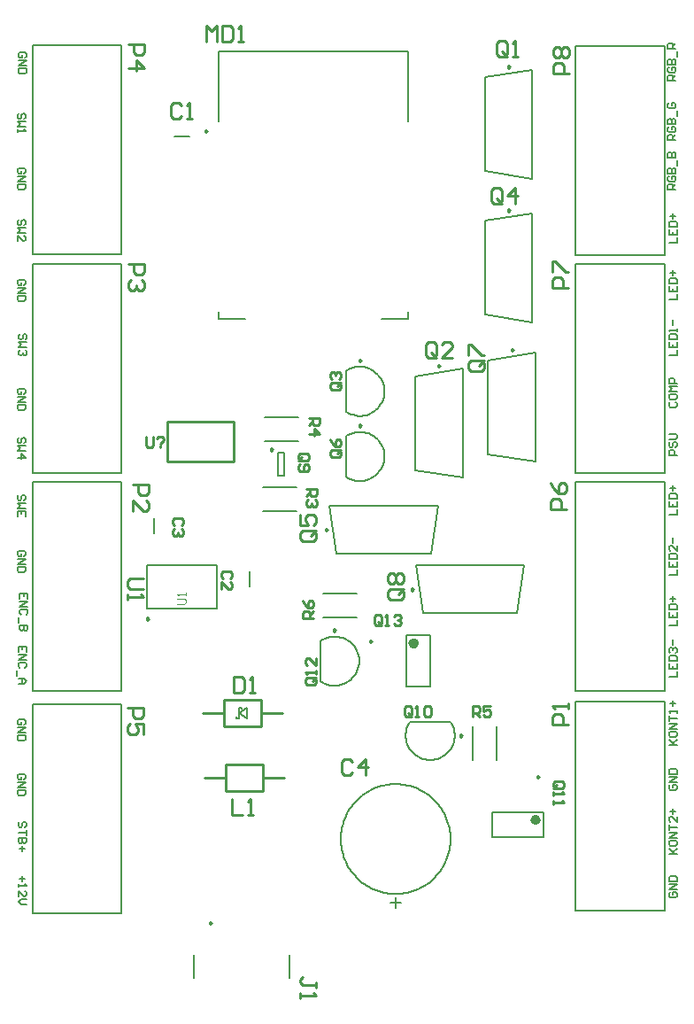
<source format=gto>
G04*
G04 #@! TF.GenerationSoftware,Altium Limited,Altium Designer,22.7.1 (60)*
G04*
G04 Layer_Color=65535*
%FSLAX25Y25*%
%MOIN*%
G70*
G04*
G04 #@! TF.SameCoordinates,2BF9A078-D696-49FA-A729-B53DB30398E2*
G04*
G04*
G04 #@! TF.FilePolarity,Positive*
G04*
G01*
G75*
%ADD10C,0.00984*%
%ADD11C,0.01968*%
%ADD12C,0.00787*%
%ADD13C,0.01000*%
%ADD14C,0.00500*%
%ADD15C,0.00591*%
%ADD16C,0.00394*%
D10*
X192752Y284181D02*
X192014Y284607D01*
Y283755D01*
X192752Y284181D01*
X292992Y160937D02*
X292254Y161363D01*
Y160511D01*
X292992Y160937D01*
X245839Y231500D02*
X245100Y231926D01*
Y231074D01*
X245839Y231500D01*
X146000Y220394D02*
X145262Y220820D01*
Y219968D01*
X146000Y220394D01*
X255768Y315653D02*
X255030Y316080D01*
Y315227D01*
X255768Y315653D01*
X213339Y254000D02*
X212600Y254426D01*
Y253574D01*
X213339Y254000D01*
X225992Y293114D02*
X225254Y293540D01*
Y292688D01*
X225992Y293114D01*
Y317614D02*
X225254Y318040D01*
Y317188D01*
X225992Y317614D01*
X283268Y321654D02*
X282529Y322080D01*
Y321227D01*
X283268Y321654D01*
X281992Y374153D02*
X281254Y374580D01*
Y373727D01*
X281992Y374153D01*
X264106Y176500D02*
X263368Y176926D01*
Y176074D01*
X264106Y176500D01*
X216492Y216114D02*
X215754Y216540D01*
Y215688D01*
X216492Y216114D01*
X281992Y428154D02*
X281254Y428580D01*
Y427727D01*
X281992Y428154D01*
X230055Y212000D02*
X229317Y212426D01*
Y211574D01*
X230055Y212000D01*
X169705Y105945D02*
X168966Y106371D01*
Y105519D01*
X169705Y105945D01*
X168039Y403913D02*
X167301Y404340D01*
Y403487D01*
X168039Y403913D01*
D11*
X292677Y144679D02*
X292185Y145531D01*
X291201D01*
X290709Y144679D01*
X291201Y143826D01*
X292185D01*
X292677Y144679D01*
X246805Y211193D02*
X246313Y212045D01*
X245329D01*
X244837Y211193D01*
X245329Y210340D01*
X246313D01*
X246805Y211193D01*
D12*
X220244Y273886D02*
X221101Y273361D01*
X222010Y272931D01*
X222961Y272603D01*
X223942Y272380D01*
X224941Y272265D01*
X225946Y272259D01*
X226947Y272362D01*
X227930Y272573D01*
X228885Y272889D01*
X229800Y273308D01*
X230663Y273823D01*
X231466Y274429D01*
X232198Y275118D01*
X232852Y275883D01*
X233418Y276714D01*
X233891Y277602D01*
X234264Y278535D01*
X234534Y279504D01*
X234697Y280497D01*
X234752Y281501D01*
X234697Y282505D01*
X234534Y283497D01*
X234264Y284466D01*
X233890Y285400D01*
X233417Y286287D01*
X232851Y287118D01*
X232197Y287883D01*
X231465Y288572D01*
X230662Y289178D01*
X229798Y289693D01*
X228884Y290111D01*
X227929Y290427D01*
X226945Y290638D01*
X225945Y290741D01*
X224939Y290735D01*
X223940Y290620D01*
X222960Y290396D01*
X222009Y290068D01*
X221100Y289638D01*
X220242Y289113D01*
X220244Y298386D02*
X221101Y297861D01*
X222010Y297431D01*
X222961Y297103D01*
X223942Y296880D01*
X224941Y296765D01*
X225946Y296759D01*
X226947Y296862D01*
X227930Y297073D01*
X228885Y297390D01*
X229800Y297808D01*
X230663Y298323D01*
X231466Y298929D01*
X232198Y299618D01*
X232852Y300383D01*
X233418Y301214D01*
X233891Y302102D01*
X234264Y303035D01*
X234534Y304004D01*
X234697Y304996D01*
X234752Y306001D01*
X234697Y307005D01*
X234534Y307997D01*
X234264Y308966D01*
X233890Y309900D01*
X233417Y310787D01*
X232851Y311618D01*
X232197Y312383D01*
X231465Y313072D01*
X230662Y313678D01*
X229798Y314193D01*
X228884Y314611D01*
X227929Y314928D01*
X226945Y315138D01*
X225945Y315241D01*
X224939Y315235D01*
X223940Y315120D01*
X222960Y314896D01*
X222009Y314568D01*
X221100Y314139D01*
X220242Y313613D01*
X244386Y181756D02*
X243861Y180899D01*
X243431Y179990D01*
X243103Y179039D01*
X242880Y178058D01*
X242765Y177059D01*
X242759Y176053D01*
X242862Y175053D01*
X243073Y174070D01*
X243390Y173115D01*
X243808Y172201D01*
X244323Y171337D01*
X244929Y170534D01*
X245618Y169802D01*
X246383Y169149D01*
X247214Y168582D01*
X248102Y168110D01*
X249035Y167736D01*
X250004Y167466D01*
X250996Y167303D01*
X252001Y167248D01*
X253005Y167303D01*
X253997Y167466D01*
X254966Y167736D01*
X255900Y168110D01*
X256787Y168583D01*
X257618Y169149D01*
X258383Y169803D01*
X259072Y170535D01*
X259678Y171338D01*
X260193Y172202D01*
X260611Y173117D01*
X260928Y174071D01*
X261138Y175055D01*
X261241Y176055D01*
X261235Y177061D01*
X261120Y178060D01*
X260896Y179040D01*
X260568Y179991D01*
X260139Y180900D01*
X259613Y181758D01*
X210743Y196886D02*
X211601Y196361D01*
X212510Y195931D01*
X213461Y195603D01*
X214442Y195380D01*
X215441Y195265D01*
X216446Y195259D01*
X217447Y195362D01*
X218430Y195573D01*
X219385Y195889D01*
X220300Y196308D01*
X221163Y196823D01*
X221966Y197429D01*
X222698Y198118D01*
X223352Y198883D01*
X223918Y199714D01*
X224391Y200602D01*
X224764Y201535D01*
X225034Y202504D01*
X225197Y203497D01*
X225252Y204501D01*
X225197Y205505D01*
X225034Y206497D01*
X224764Y207466D01*
X224390Y208400D01*
X223917Y209287D01*
X223351Y210118D01*
X222697Y210883D01*
X221965Y211572D01*
X221162Y212178D01*
X220298Y212693D01*
X219384Y213111D01*
X218429Y213427D01*
X217445Y213638D01*
X216445Y213741D01*
X215439Y213735D01*
X214440Y213620D01*
X213460Y213396D01*
X212509Y213068D01*
X211600Y212638D01*
X210742Y212113D01*
X259669Y137500D02*
X259645Y138499D01*
X259573Y139495D01*
X259452Y140487D01*
X259284Y141471D01*
X259069Y142446D01*
X258806Y143410D01*
X258498Y144360D01*
X258143Y145294D01*
X257745Y146210D01*
X257302Y147106D01*
X256816Y147978D01*
X256289Y148827D01*
X255722Y149649D01*
X255115Y150443D01*
X254471Y151206D01*
X253791Y151938D01*
X253076Y152636D01*
X252328Y153298D01*
X251550Y153923D01*
X250742Y154510D01*
X249906Y155058D01*
X249045Y155564D01*
X248161Y156028D01*
X247255Y156449D01*
X246329Y156826D01*
X245387Y157158D01*
X244430Y157443D01*
X243460Y157682D01*
X242480Y157874D01*
X241491Y158019D01*
X240497Y158115D01*
X239499Y158163D01*
X238501D01*
X237503Y158115D01*
X236509Y158019D01*
X235520Y157874D01*
X234540Y157682D01*
X233570Y157443D01*
X232613Y157158D01*
X231671Y156826D01*
X230745Y156449D01*
X229839Y156028D01*
X228955Y155564D01*
X228094Y155058D01*
X227258Y154510D01*
X226450Y153923D01*
X225672Y153298D01*
X224924Y152636D01*
X224209Y151938D01*
X223529Y151206D01*
X222885Y150443D01*
X222278Y149649D01*
X221711Y148827D01*
X221184Y147978D01*
X220698Y147106D01*
X220255Y146210D01*
X219857Y145294D01*
X219502Y144360D01*
X219194Y143410D01*
X218931Y142446D01*
X218716Y141471D01*
X218548Y140487D01*
X218427Y139495D01*
X218355Y138499D01*
X218331Y137500D01*
X218355Y136501D01*
X218427Y135505D01*
X218548Y134513D01*
X218716Y133529D01*
X218931Y132554D01*
X219194Y131590D01*
X219502Y130640D01*
X219857Y129706D01*
X220255Y128790D01*
X220698Y127894D01*
X221184Y127022D01*
X221711Y126173D01*
X222278Y125351D01*
X222885Y124557D01*
X223529Y123794D01*
X224209Y123062D01*
X224924Y122365D01*
X225672Y121702D01*
X226450Y121077D01*
X227258Y120490D01*
X228094Y119942D01*
X228955Y119436D01*
X229839Y118972D01*
X230745Y118551D01*
X231670Y118174D01*
X232613Y117842D01*
X233570Y117557D01*
X234540Y117318D01*
X235520Y117126D01*
X236508Y116981D01*
X237503Y116885D01*
X238500Y116837D01*
X239499Y116837D01*
X240497Y116885D01*
X241491Y116981D01*
X242480Y117126D01*
X243460Y117318D01*
X244430Y117557D01*
X245387Y117842D01*
X246329Y118174D01*
X247254Y118551D01*
X248160Y118972D01*
X249045Y119436D01*
X249906Y119942D01*
X250741Y120490D01*
X251550Y121077D01*
X252328Y121702D01*
X253076Y122364D01*
X253791Y123062D01*
X254471Y123794D01*
X255115Y124557D01*
X255722Y125351D01*
X256289Y126173D01*
X256816Y127021D01*
X257302Y127894D01*
X257744Y128790D01*
X258143Y129706D01*
X258498Y130640D01*
X258806Y131590D01*
X259069Y132553D01*
X259284Y133529D01*
X259452Y134513D01*
X259573Y135505D01*
X259645Y136501D01*
X259669Y137500D01*
X189177Y261047D02*
X201823D01*
X189177Y269953D02*
X201823D01*
X189677Y287216D02*
X202323D01*
X189677Y296122D02*
X202323D01*
X194819Y283000D02*
X197181D01*
X194819Y274339D02*
X197181D01*
X194819D02*
Y283000D01*
X197181Y274339D02*
Y283000D01*
X306768Y110630D02*
X340232D01*
Y189370D01*
X306768D02*
X340232D01*
X306768Y110630D02*
Y189370D01*
X294646Y138368D02*
Y147632D01*
X275354Y138368D02*
X294646D01*
X275354D02*
Y147632D01*
X294646D01*
X246528Y240457D02*
X287472D01*
X246528D02*
X249284Y222543D01*
X284717D02*
X287472Y240457D01*
X249284Y222543D02*
X284717D01*
X145311Y224429D02*
X171689D01*
X145311Y240571D02*
X171689D01*
X145311Y224429D02*
Y240571D01*
X171689Y224429D02*
Y240571D01*
X184000Y232744D02*
Y238256D01*
X148000Y252744D02*
Y258256D01*
X306768Y357130D02*
X340232D01*
Y435870D01*
X306768D02*
X340232D01*
X306768Y357130D02*
Y435870D01*
Y275130D02*
X340232D01*
Y353870D01*
X306768D02*
X340232D01*
X306768Y275130D02*
Y353870D01*
Y193130D02*
X340232D01*
Y271870D01*
X306768D02*
X340232D01*
X306768Y193130D02*
Y271870D01*
X102268Y436370D02*
X135732D01*
X102268Y357630D02*
Y436370D01*
Y357630D02*
X135732D01*
Y436370D01*
X102268Y353870D02*
X135732D01*
X102268Y275130D02*
Y353870D01*
Y275130D02*
X135732D01*
Y353870D01*
X102268Y271870D02*
X135732D01*
X102268Y193130D02*
Y271870D01*
Y193130D02*
X135732D01*
Y271870D01*
X102268Y188370D02*
X135732D01*
X102268Y109630D02*
Y188370D01*
Y109630D02*
X135732D01*
Y188370D01*
X246319Y276284D02*
Y311717D01*
Y276284D02*
X264232Y273528D01*
X246319Y311717D02*
X264232Y314472D01*
Y273528D02*
Y314472D01*
X216783Y245043D02*
X252217D01*
X254972Y262957D01*
X214028D02*
X216783Y245043D01*
X214028Y262957D02*
X254972D01*
X220244Y273887D02*
Y289113D01*
Y298387D02*
Y313613D01*
X273819Y282283D02*
Y317717D01*
Y282283D02*
X291732Y279528D01*
X273819Y317717D02*
X291732Y320472D01*
Y279528D02*
Y320472D01*
X272543Y334784D02*
Y370216D01*
Y334784D02*
X290457Y332028D01*
X272543Y370216D02*
X290457Y372972D01*
Y332028D02*
Y372972D01*
X244387Y181756D02*
X259613D01*
X210744Y196887D02*
Y212113D01*
X272543Y388784D02*
Y424217D01*
Y388784D02*
X290457Y386028D01*
X272543Y424217D02*
X290457Y426972D01*
Y386028D02*
Y426972D01*
X242868Y194854D02*
Y214146D01*
Y194854D02*
X252132D01*
Y214146D01*
X242868D02*
X252132D01*
X211677Y229953D02*
X224323D01*
X211677Y221047D02*
X224323D01*
X276953Y167177D02*
Y179823D01*
X268047Y167177D02*
Y179823D01*
X155744Y402000D02*
X161256D01*
X199094Y85433D02*
Y94095D01*
X163110Y85433D02*
Y94095D01*
X172370Y407457D02*
Y433894D01*
Y333106D02*
Y335961D01*
X233748Y333106D02*
X243630D01*
X172370D02*
X182252D01*
X243630Y407457D02*
Y433894D01*
Y333106D02*
Y335961D01*
X172370Y433894D02*
X243630D01*
D13*
X178000Y279500D02*
Y294500D01*
X153000Y279500D02*
X178000D01*
X153000D02*
Y294500D01*
X178000D01*
X188500Y180000D02*
Y190000D01*
X174500D02*
X188500D01*
X174500Y180000D02*
Y190000D01*
Y180000D02*
X188500D01*
Y185000D02*
X196500D01*
X166500D02*
X174500D01*
X175000Y155500D02*
Y165500D01*
Y155500D02*
X189000D01*
Y165500D01*
X175000D02*
X189000D01*
X167000Y160500D02*
X175000D01*
X189000D02*
X197000D01*
X145168Y288999D02*
Y285667D01*
X145834Y285001D01*
X147167D01*
X147834Y285667D01*
Y288999D01*
X149167Y288333D02*
X149833Y288999D01*
X151166D01*
X151832Y288333D01*
Y287666D01*
X150499Y286334D01*
Y285667D02*
Y285001D01*
X178001Y198499D02*
Y192501D01*
X181000D01*
X182000Y193501D01*
Y197499D01*
X181000Y198499D01*
X178001D01*
X183999Y192501D02*
X185999D01*
X184999D01*
Y198499D01*
X183999Y197499D01*
X143999Y235499D02*
X139001D01*
X138001Y234499D01*
Y232500D01*
X139001Y231500D01*
X143999D01*
X138001Y229501D02*
Y227501D01*
Y228501D01*
X143999D01*
X142999Y229501D01*
X207999Y220668D02*
X204001D01*
Y222667D01*
X204667Y223334D01*
X206000D01*
X206666Y222667D01*
Y220668D01*
Y222001D02*
X207999Y223334D01*
X204001Y227332D02*
X204667Y225999D01*
X206000Y224667D01*
X207333D01*
X207999Y225333D01*
Y226666D01*
X207333Y227332D01*
X206666D01*
X206000Y226666D01*
Y224667D01*
X268168Y183654D02*
Y187653D01*
X270167D01*
X270834Y186986D01*
Y185654D01*
X270167Y184987D01*
X268168D01*
X269501D02*
X270834Y183654D01*
X274832Y187653D02*
X272166D01*
Y185654D01*
X273499Y186320D01*
X274166D01*
X274832Y185654D01*
Y184321D01*
X274166Y183654D01*
X272833D01*
X272166Y184321D01*
X206501Y296002D02*
X210499D01*
Y294002D01*
X209833Y293336D01*
X208500D01*
X207834Y294002D01*
Y296002D01*
Y294669D02*
X206501Y293336D01*
Y290003D02*
X210499D01*
X208500Y292003D01*
Y289337D01*
X205501Y269332D02*
X209499D01*
Y267333D01*
X208833Y266666D01*
X207500D01*
X206834Y267333D01*
Y269332D01*
Y267999D02*
X205501Y266666D01*
X208833Y265334D02*
X209499Y264667D01*
Y263334D01*
X208833Y262668D01*
X208166D01*
X207500Y263334D01*
Y264001D01*
Y263334D01*
X206834Y262668D01*
X206167D01*
X205501Y263334D01*
Y264667D01*
X206167Y265334D01*
X233667Y218667D02*
Y221333D01*
X233001Y221999D01*
X231668D01*
X231002Y221333D01*
Y218667D01*
X231668Y218001D01*
X233001D01*
X232334Y219334D02*
X233667Y218001D01*
X233001D02*
X233667Y218667D01*
X235000Y218001D02*
X236333D01*
X235667D01*
Y221999D01*
X235000Y221333D01*
X238333D02*
X238999Y221999D01*
X240332D01*
X240998Y221333D01*
Y220666D01*
X240332Y220000D01*
X239666D01*
X240332D01*
X240998Y219334D01*
Y218667D01*
X240332Y218001D01*
X238999D01*
X238333Y218667D01*
X208333Y198167D02*
X205667D01*
X205001Y197501D01*
Y196168D01*
X205667Y195502D01*
X208333D01*
X208999Y196168D01*
Y197501D01*
X207666Y196835D02*
X208999Y198167D01*
Y197501D02*
X208333Y198167D01*
X208999Y199500D02*
Y200833D01*
Y200167D01*
X205001D01*
X205667Y199500D01*
X208999Y205498D02*
Y202833D01*
X206334Y205498D01*
X205667D01*
X205001Y204832D01*
Y203499D01*
X205667Y202833D01*
X299167Y156666D02*
X301833D01*
X302499Y157333D01*
Y158666D01*
X301833Y159332D01*
X299167D01*
X298501Y158666D01*
Y157333D01*
X299834Y157999D02*
X298501Y156666D01*
Y157333D02*
X299167Y156666D01*
X298501Y155333D02*
Y154000D01*
Y154667D01*
X302499D01*
X301833Y155333D01*
X298501Y152001D02*
Y150668D01*
Y151335D01*
X302499D01*
X301833Y152001D01*
X245167Y184167D02*
Y186833D01*
X244501Y187499D01*
X243168D01*
X242502Y186833D01*
Y184167D01*
X243168Y183501D01*
X244501D01*
X243834Y184834D02*
X245167Y183501D01*
X244501D02*
X245167Y184167D01*
X246500Y183501D02*
X247833D01*
X247167D01*
Y187499D01*
X246500Y186833D01*
X249833D02*
X250499Y187499D01*
X251832D01*
X252498Y186833D01*
Y184167D01*
X251832Y183501D01*
X250499D01*
X249833Y184167D01*
Y186833D01*
X203167Y279836D02*
X205833D01*
X206499Y280502D01*
Y281835D01*
X205833Y282502D01*
X203167D01*
X202501Y281835D01*
Y280502D01*
X203834Y281169D02*
X202501Y279836D01*
Y280502D02*
X203167Y279836D01*
Y278503D02*
X202501Y277836D01*
Y276503D01*
X203167Y275837D01*
X205833D01*
X206499Y276503D01*
Y277836D01*
X205833Y278503D01*
X205166D01*
X204500Y277836D01*
Y275837D01*
X240999Y231500D02*
X237001D01*
X236001Y230501D01*
Y228501D01*
X237001Y227502D01*
X240999D01*
X241999Y228501D01*
Y230501D01*
X240000Y229501D02*
X241999Y231500D01*
Y230501D02*
X240999Y231500D01*
X237001Y233500D02*
X236001Y234499D01*
Y236499D01*
X237001Y237498D01*
X238000D01*
X239000Y236499D01*
X240000Y237498D01*
X240999D01*
X241999Y236499D01*
Y234499D01*
X240999Y233500D01*
X240000D01*
X239000Y234499D01*
X238000Y233500D01*
X237001D01*
X239000Y234499D02*
Y236499D01*
X271275Y317500D02*
X267276D01*
X266277Y316501D01*
Y314501D01*
X267276Y313502D01*
X271275D01*
X272275Y314501D01*
Y316501D01*
X270275Y315501D02*
X272275Y317500D01*
Y316501D02*
X271275Y317500D01*
X266277Y319500D02*
Y323498D01*
X267276D01*
X271275Y319500D01*
X272275D01*
X217833Y283834D02*
X215167D01*
X214501Y283167D01*
Y281834D01*
X215167Y281168D01*
X217833D01*
X218499Y281834D01*
Y283167D01*
X217166Y282501D02*
X218499Y283834D01*
Y283167D02*
X217833Y283834D01*
X214501Y287832D02*
X215167Y286499D01*
X216500Y285167D01*
X217833D01*
X218499Y285833D01*
Y287166D01*
X217833Y287832D01*
X217166D01*
X216500Y287166D01*
Y285167D01*
X207999Y253500D02*
X204001D01*
X203001Y252501D01*
Y250501D01*
X204001Y249502D01*
X207999D01*
X208999Y250501D01*
Y252501D01*
X207000Y251501D02*
X208999Y253500D01*
Y252501D02*
X207999Y253500D01*
X203001Y259498D02*
Y255500D01*
X206000D01*
X205000Y257499D01*
Y258499D01*
X206000Y259498D01*
X207999D01*
X208999Y258499D01*
Y256499D01*
X207999Y255500D01*
X279000Y377501D02*
Y381499D01*
X278001Y382499D01*
X276001D01*
X275002Y381499D01*
Y377501D01*
X276001Y376501D01*
X278001D01*
X277001Y378500D02*
X279000Y376501D01*
X278001D02*
X279000Y377501D01*
X283999Y376501D02*
Y382499D01*
X281000Y379500D01*
X284998D01*
X217833Y309334D02*
X215167D01*
X214501Y308667D01*
Y307334D01*
X215167Y306668D01*
X217833D01*
X218499Y307334D01*
Y308667D01*
X217166Y308001D02*
X218499Y309334D01*
Y308667D02*
X217833Y309334D01*
X215167Y310666D02*
X214501Y311333D01*
Y312666D01*
X215167Y313332D01*
X215834D01*
X216500Y312666D01*
Y311999D01*
Y312666D01*
X217166Y313332D01*
X217833D01*
X218499Y312666D01*
Y311333D01*
X217833Y310666D01*
X254500Y319501D02*
Y323499D01*
X253501Y324499D01*
X251501D01*
X250502Y323499D01*
Y319501D01*
X251501Y318501D01*
X253501D01*
X252501Y320500D02*
X254500Y318501D01*
X253501D02*
X254500Y319501D01*
X260498Y318501D02*
X256500D01*
X260498Y322500D01*
Y323499D01*
X259499Y324499D01*
X257499D01*
X256500Y323499D01*
X281000Y433001D02*
Y436999D01*
X280000Y437999D01*
X278001D01*
X277001Y436999D01*
Y433001D01*
X278001Y432001D01*
X280000D01*
X279001Y434000D02*
X281000Y432001D01*
X280000D02*
X281000Y433001D01*
X282999Y432001D02*
X284999D01*
X283999D01*
Y437999D01*
X282999Y436999D01*
X304499Y425502D02*
X298501D01*
Y428501D01*
X299501Y429500D01*
X301500D01*
X302500Y428501D01*
Y425502D01*
X299501Y431500D02*
X298501Y432499D01*
Y434499D01*
X299501Y435498D01*
X300500D01*
X301500Y434499D01*
X302500Y435498D01*
X303499D01*
X304499Y434499D01*
Y432499D01*
X303499Y431500D01*
X302500D01*
X301500Y432499D01*
X300500Y431500D01*
X299501D01*
X301500Y432499D02*
Y434499D01*
X303999Y345002D02*
X298001D01*
Y348001D01*
X299001Y349000D01*
X301000D01*
X302000Y348001D01*
Y345002D01*
X298001Y351000D02*
Y354998D01*
X299001D01*
X302999Y351000D01*
X303999D01*
X303499Y261502D02*
X297501D01*
Y264501D01*
X298501Y265500D01*
X300500D01*
X301500Y264501D01*
Y261502D01*
X297501Y271498D02*
X298501Y269499D01*
X300500Y267500D01*
X302499D01*
X303499Y268499D01*
Y270499D01*
X302499Y271498D01*
X301500D01*
X300500Y270499D01*
Y267500D01*
X138001Y186998D02*
X143999D01*
Y183999D01*
X142999Y183000D01*
X141000D01*
X140000Y183999D01*
Y186998D01*
X143999Y177002D02*
Y181000D01*
X141000D01*
X142000Y179001D01*
Y178001D01*
X141000Y177002D01*
X139001D01*
X138001Y178001D01*
Y180001D01*
X139001Y181000D01*
X138501Y436498D02*
X144499D01*
Y433499D01*
X143499Y432500D01*
X141500D01*
X140500Y433499D01*
Y436498D01*
X138501Y427501D02*
X144499D01*
X141500Y430500D01*
Y426502D01*
X138501Y353998D02*
X144499D01*
Y350999D01*
X143499Y350000D01*
X141500D01*
X140500Y350999D01*
Y353998D01*
X143499Y348000D02*
X144499Y347001D01*
Y345001D01*
X143499Y344002D01*
X142500D01*
X141500Y345001D01*
Y346001D01*
Y345001D01*
X140500Y344002D01*
X139501D01*
X138501Y345001D01*
Y347001D01*
X139501Y348000D01*
X140001Y270998D02*
X145999D01*
Y267999D01*
X144999Y267000D01*
X143000D01*
X142000Y267999D01*
Y270998D01*
X140001Y261002D02*
Y265000D01*
X144000Y261002D01*
X144999D01*
X145999Y262001D01*
Y264001D01*
X144999Y265000D01*
X303999Y180501D02*
X298001D01*
Y183500D01*
X299001Y184500D01*
X301000D01*
X302000Y183500D01*
Y180501D01*
X303999Y186499D02*
Y188499D01*
Y187499D01*
X298001D01*
X299001Y186499D01*
X167600Y437700D02*
Y443698D01*
X169599Y441699D01*
X171599Y443698D01*
Y437700D01*
X173598Y443698D02*
Y437700D01*
X176597D01*
X177597Y438700D01*
Y442698D01*
X176597Y443698D01*
X173598D01*
X179596Y437700D02*
X181596D01*
X180596D01*
Y443698D01*
X179596Y442698D01*
X177501Y152499D02*
Y146501D01*
X181500D01*
X183499D02*
X185499D01*
X184499D01*
Y152499D01*
X183499Y151499D01*
X209101Y81614D02*
Y83614D01*
Y82614D01*
X204103D01*
X203103Y83614D01*
Y84613D01*
X204103Y85613D01*
X203103Y79615D02*
Y77615D01*
Y78615D01*
X209101D01*
X208102Y79615D01*
X222799Y166698D02*
X221799Y167698D01*
X219800D01*
X218800Y166698D01*
Y162700D01*
X219800Y161700D01*
X221799D01*
X222799Y162700D01*
X227797Y161700D02*
Y167698D01*
X224798Y164699D01*
X228797D01*
X158333Y255666D02*
X158999Y256333D01*
Y257666D01*
X158333Y258332D01*
X155667D01*
X155001Y257666D01*
Y256333D01*
X155667Y255666D01*
X158333Y254333D02*
X158999Y253667D01*
Y252334D01*
X158333Y251668D01*
X157667D01*
X157000Y252334D01*
Y253001D01*
Y252334D01*
X156333Y251668D01*
X155667D01*
X155001Y252334D01*
Y253667D01*
X155667Y254333D01*
X176833Y235666D02*
X177499Y236333D01*
Y237666D01*
X176833Y238332D01*
X174167D01*
X173501Y237666D01*
Y236333D01*
X174167Y235666D01*
X173501Y231668D02*
Y234333D01*
X176166Y231668D01*
X176833D01*
X177499Y232334D01*
Y233667D01*
X176833Y234333D01*
X158500Y413499D02*
X157500Y414499D01*
X155501D01*
X154501Y413499D01*
Y409501D01*
X155501Y408501D01*
X157500D01*
X158500Y409501D01*
X160499Y408501D02*
X162499D01*
X161499D01*
Y414499D01*
X160499Y413499D01*
D14*
X183000Y183000D02*
Y187000D01*
X180000Y185000D02*
X183000Y187000D01*
X180000Y185000D02*
X183000Y183000D01*
X180000D02*
Y185000D01*
X179000Y183000D02*
X180000D01*
Y185000D02*
Y187000D01*
X181000D01*
X179000Y183000D02*
Y183500D01*
X181000Y186500D02*
Y187000D01*
X342501Y117499D02*
X342001Y116999D01*
Y116000D01*
X342501Y115500D01*
X344500D01*
X345000Y116000D01*
Y116999D01*
X344500Y117499D01*
X343500D01*
Y116500D01*
X345000Y118499D02*
X342001D01*
X345000Y120498D01*
X342001D01*
Y121498D02*
X345000D01*
Y122998D01*
X344500Y123497D01*
X342501D01*
X342001Y122998D01*
Y121498D01*
Y132000D02*
X345000D01*
X344000D01*
X342001Y133999D01*
X343500Y132500D01*
X345000Y133999D01*
X342001Y136499D02*
Y135499D01*
X342501Y134999D01*
X344500D01*
X345000Y135499D01*
Y136499D01*
X344500Y136998D01*
X342501D01*
X342001Y136499D01*
X345000Y137998D02*
X342001D01*
X345000Y139997D01*
X342001D01*
Y140997D02*
Y142996D01*
Y141997D01*
X345000D01*
Y145995D02*
Y143996D01*
X343001Y145995D01*
X342501D01*
X342001Y145496D01*
Y144496D01*
X342501Y143996D01*
X343500Y146995D02*
Y148995D01*
X342501Y147995D02*
X344500D01*
X342501Y157999D02*
X342001Y157500D01*
Y156500D01*
X342501Y156000D01*
X344500D01*
X345000Y156500D01*
Y157500D01*
X344500Y157999D01*
X343500D01*
Y157000D01*
X345000Y158999D02*
X342001D01*
X345000Y160998D01*
X342001D01*
Y161998D02*
X345000D01*
Y163498D01*
X344500Y163997D01*
X342501D01*
X342001Y163498D01*
Y161998D01*
Y173000D02*
X345000D01*
X344000D01*
X342001Y174999D01*
X343500Y173500D01*
X345000Y174999D01*
X342001Y177499D02*
Y176499D01*
X342501Y175999D01*
X344500D01*
X345000Y176499D01*
Y177499D01*
X344500Y177998D01*
X342501D01*
X342001Y177499D01*
X345000Y178998D02*
X342001D01*
X345000Y180997D01*
X342001D01*
Y181997D02*
Y183996D01*
Y182997D01*
X345000D01*
Y184996D02*
Y185996D01*
Y185496D01*
X342001D01*
X342501Y184996D01*
X343500Y187495D02*
Y189495D01*
X342501Y188495D02*
X344500D01*
X342001Y198500D02*
X345000D01*
Y200499D01*
X342001Y203498D02*
Y201499D01*
X345000D01*
Y203498D01*
X343500Y201499D02*
Y202499D01*
X342001Y204498D02*
X345000D01*
Y205998D01*
X344500Y206497D01*
X342501D01*
X342001Y205998D01*
Y204498D01*
X342501Y207497D02*
X342001Y207997D01*
Y208997D01*
X342501Y209496D01*
X343001D01*
X343500Y208997D01*
Y208497D01*
Y208997D01*
X344000Y209496D01*
X344500D01*
X345000Y208997D01*
Y207997D01*
X344500Y207497D01*
X343500Y210496D02*
Y212495D01*
X342001Y218000D02*
X345000D01*
Y219999D01*
X342001Y222998D02*
Y220999D01*
X345000D01*
Y222998D01*
X343500Y220999D02*
Y221999D01*
X342001Y223998D02*
X345000D01*
Y225498D01*
X344500Y225997D01*
X342501D01*
X342001Y225498D01*
Y223998D01*
X343500Y226997D02*
Y228996D01*
X342501Y227997D02*
X344500D01*
X342001Y237000D02*
X345000D01*
Y238999D01*
X342001Y241998D02*
Y239999D01*
X345000D01*
Y241998D01*
X343500Y239999D02*
Y240999D01*
X342001Y242998D02*
X345000D01*
Y244498D01*
X344500Y244997D01*
X342501D01*
X342001Y244498D01*
Y242998D01*
X345000Y247996D02*
Y245997D01*
X343001Y247996D01*
X342501D01*
X342001Y247497D01*
Y246497D01*
X342501Y245997D01*
X343500Y248996D02*
Y250995D01*
X342001Y259500D02*
X345000D01*
Y261499D01*
X342001Y264498D02*
Y262499D01*
X345000D01*
Y264498D01*
X343500Y262499D02*
Y263499D01*
X342001Y265498D02*
X345000D01*
Y266998D01*
X344500Y267497D01*
X342501D01*
X342001Y266998D01*
Y265498D01*
X343500Y268497D02*
Y270496D01*
X342501Y269497D02*
X344500D01*
X345000Y282000D02*
X342001D01*
Y283500D01*
X342501Y283999D01*
X343500D01*
X344000Y283500D01*
Y282000D01*
X342501Y286998D02*
X342001Y286498D01*
Y285499D01*
X342501Y284999D01*
X343001D01*
X343500Y285499D01*
Y286498D01*
X344000Y286998D01*
X344500D01*
X345000Y286498D01*
Y285499D01*
X344500Y284999D01*
X342001Y287998D02*
X344500D01*
X345000Y288498D01*
Y289498D01*
X344500Y289997D01*
X342001D01*
X342501Y301999D02*
X342001Y301500D01*
Y300500D01*
X342501Y300000D01*
X344500D01*
X345000Y300500D01*
Y301500D01*
X344500Y301999D01*
X342001Y304499D02*
Y303499D01*
X342501Y302999D01*
X344500D01*
X345000Y303499D01*
Y304499D01*
X344500Y304998D01*
X342501D01*
X342001Y304499D01*
X345000Y305998D02*
X342001D01*
X343001Y306998D01*
X342001Y307997D01*
X345000D01*
Y308997D02*
X342001D01*
Y310497D01*
X342501Y310996D01*
X343500D01*
X344000Y310497D01*
Y308997D01*
X342001Y319500D02*
X345000D01*
Y321499D01*
X342001Y324498D02*
Y322499D01*
X345000D01*
Y324498D01*
X343500Y322499D02*
Y323499D01*
X342001Y325498D02*
X345000D01*
Y326998D01*
X344500Y327497D01*
X342501D01*
X342001Y326998D01*
Y325498D01*
X345000Y328497D02*
Y329497D01*
Y328997D01*
X342001D01*
X342501Y328497D01*
X343500Y330996D02*
Y332996D01*
X342001Y340500D02*
X345000D01*
Y342499D01*
X342001Y345498D02*
Y343499D01*
X345000D01*
Y345498D01*
X343500Y343499D02*
Y344499D01*
X342001Y346498D02*
X345000D01*
Y347998D01*
X344500Y348497D01*
X342501D01*
X342001Y347998D01*
Y346498D01*
X343500Y349497D02*
Y351496D01*
X342501Y350497D02*
X344500D01*
X342001Y362000D02*
X345000D01*
Y363999D01*
X342001Y366998D02*
Y364999D01*
X345000D01*
Y366998D01*
X343500Y364999D02*
Y365999D01*
X342001Y367998D02*
X345000D01*
Y369498D01*
X344500Y369997D01*
X342501D01*
X342001Y369498D01*
Y367998D01*
X343500Y370997D02*
Y372996D01*
X342501Y371997D02*
X344500D01*
Y382000D02*
X341501D01*
Y383500D01*
X342001Y383999D01*
X343001D01*
X343500Y383500D01*
Y382000D01*
Y383000D02*
X344500Y383999D01*
X342001Y386998D02*
X341501Y386498D01*
Y385499D01*
X342001Y384999D01*
X344000D01*
X344500Y385499D01*
Y386498D01*
X344000Y386998D01*
X343001D01*
Y385999D01*
X341501Y387998D02*
X344500D01*
Y389498D01*
X344000Y389997D01*
X343500D01*
X343001Y389498D01*
Y387998D01*
Y389498D01*
X342501Y389997D01*
X342001D01*
X341501Y389498D01*
Y387998D01*
X345000Y390997D02*
Y392996D01*
X341501Y393996D02*
X344500D01*
Y395496D01*
X344000Y395995D01*
X343500D01*
X343001Y395496D01*
Y393996D01*
Y395496D01*
X342501Y395995D01*
X342001D01*
X341501Y395496D01*
Y393996D01*
X344500Y400500D02*
X341501D01*
Y402000D01*
X342001Y402499D01*
X343001D01*
X343500Y402000D01*
Y400500D01*
Y401500D02*
X344500Y402499D01*
X342001Y405498D02*
X341501Y404998D01*
Y403999D01*
X342001Y403499D01*
X344000D01*
X344500Y403999D01*
Y404998D01*
X344000Y405498D01*
X343001D01*
Y404499D01*
X341501Y406498D02*
X344500D01*
Y407998D01*
X344000Y408497D01*
X343500D01*
X343001Y407998D01*
Y406498D01*
Y407998D01*
X342501Y408497D01*
X342001D01*
X341501Y407998D01*
Y406498D01*
X345000Y409497D02*
Y411496D01*
X342001Y414496D02*
X341501Y413996D01*
Y412996D01*
X342001Y412496D01*
X344000D01*
X344500Y412996D01*
Y413996D01*
X344000Y414496D01*
X343001D01*
Y413496D01*
X344500Y423000D02*
X341501D01*
Y424500D01*
X342001Y424999D01*
X343001D01*
X343500Y424500D01*
Y423000D01*
Y424000D02*
X344500Y424999D01*
X342001Y427998D02*
X341501Y427498D01*
Y426499D01*
X342001Y425999D01*
X344000D01*
X344500Y426499D01*
Y427498D01*
X344000Y427998D01*
X343001D01*
Y426999D01*
X341501Y428998D02*
X344500D01*
Y430498D01*
X344000Y430997D01*
X343500D01*
X343001Y430498D01*
Y428998D01*
Y430498D01*
X342501Y430997D01*
X342001D01*
X341501Y430498D01*
Y428998D01*
X345000Y431997D02*
Y433996D01*
X344500Y434996D02*
X341501D01*
Y436496D01*
X342001Y436996D01*
X343001D01*
X343500Y436496D01*
Y434996D01*
Y435996D02*
X344500Y436996D01*
X99163Y180567D02*
X99663Y181067D01*
Y182067D01*
X99163Y182567D01*
X97163D01*
X96664Y182067D01*
Y181067D01*
X97163Y180567D01*
X98163D01*
Y181567D01*
X96664Y179568D02*
X99663D01*
X96664Y177568D01*
X99663D01*
Y176569D02*
X96664D01*
Y175069D01*
X97163Y174569D01*
X99163D01*
X99663Y175069D01*
Y176569D01*
X98500Y123500D02*
Y121501D01*
X99499Y122500D02*
X97500D01*
X97000Y120501D02*
Y119501D01*
Y120001D01*
X99999D01*
X99499Y120501D01*
X97000Y116002D02*
Y118002D01*
X98999Y116002D01*
X99499D01*
X99999Y116502D01*
Y117502D01*
X99499Y118002D01*
X99999Y115003D02*
X98000D01*
X97000Y114003D01*
X98000Y113003D01*
X99999D01*
X99499Y142001D02*
X99999Y142500D01*
Y143500D01*
X99499Y144000D01*
X98999D01*
X98500Y143500D01*
Y142500D01*
X98000Y142001D01*
X97500D01*
X97000Y142500D01*
Y143500D01*
X97500Y144000D01*
X99999Y141001D02*
Y139002D01*
Y140001D01*
X97000D01*
X99999Y138002D02*
X97000D01*
Y136502D01*
X97500Y136003D01*
X98000D01*
X98500Y136502D01*
Y138002D01*
Y136502D01*
X98999Y136003D01*
X99499D01*
X99999Y136502D01*
Y138002D01*
X98500Y135003D02*
Y133004D01*
X99499Y134003D02*
X97500D01*
X99163Y160067D02*
X99663Y160567D01*
Y161567D01*
X99163Y162067D01*
X97163D01*
X96664Y161567D01*
Y160567D01*
X97163Y160067D01*
X98163D01*
Y161067D01*
X96664Y159068D02*
X99663D01*
X96664Y157068D01*
X99663D01*
Y156069D02*
X96664D01*
Y154569D01*
X97163Y154069D01*
X99163D01*
X99663Y154569D01*
Y156069D01*
X99999Y208001D02*
Y210000D01*
X97000D01*
Y208001D01*
X98499Y210000D02*
Y209000D01*
X97000Y207001D02*
X99999D01*
X97000Y205002D01*
X99999D01*
X99499Y202003D02*
X99999Y202502D01*
Y203502D01*
X99499Y204002D01*
X97500D01*
X97000Y203502D01*
Y202502D01*
X97500Y202003D01*
X96500Y201003D02*
Y199004D01*
X97000Y198004D02*
X98999D01*
X99999Y197004D01*
X98999Y196004D01*
X97000D01*
X98499D01*
Y198004D01*
X100499Y228001D02*
Y230000D01*
X97500D01*
Y228001D01*
X98999Y230000D02*
Y229000D01*
X97500Y227001D02*
X100499D01*
X97500Y225002D01*
X100499D01*
X99999Y222003D02*
X100499Y222502D01*
Y223502D01*
X99999Y224002D01*
X98000D01*
X97500Y223502D01*
Y222502D01*
X98000Y222003D01*
X97000Y221003D02*
Y219004D01*
X100499Y218004D02*
X97500D01*
Y216504D01*
X98000Y216004D01*
X98500D01*
X98999Y216504D01*
Y218004D01*
Y216504D01*
X99499Y216004D01*
X99999D01*
X100499Y216504D01*
Y218004D01*
X99163Y244067D02*
X99663Y244567D01*
Y245567D01*
X99163Y246067D01*
X97163D01*
X96664Y245567D01*
Y244567D01*
X97163Y244067D01*
X98163D01*
Y245067D01*
X96664Y243068D02*
X99663D01*
X96664Y241068D01*
X99663D01*
Y240069D02*
X96664D01*
Y238569D01*
X97163Y238069D01*
X99163D01*
X99663Y238569D01*
Y240069D01*
X99163Y265067D02*
X99663Y265567D01*
Y266567D01*
X99163Y267067D01*
X98663D01*
X98163Y266567D01*
Y265567D01*
X97663Y265067D01*
X97163D01*
X96664Y265567D01*
Y266567D01*
X97163Y267067D01*
X99663Y264068D02*
X96664D01*
X97663Y263068D01*
X96664Y262068D01*
X99663D01*
Y259069D02*
Y261069D01*
X96664D01*
Y259069D01*
X98163Y261069D02*
Y260069D01*
X99163Y286567D02*
X99663Y287067D01*
Y288067D01*
X99163Y288567D01*
X98663D01*
X98163Y288067D01*
Y287067D01*
X97663Y286567D01*
X97163D01*
X96664Y287067D01*
Y288067D01*
X97163Y288567D01*
X99663Y285568D02*
X96664D01*
X97663Y284568D01*
X96664Y283568D01*
X99663D01*
X96664Y281069D02*
X99663D01*
X98163Y282569D01*
Y280569D01*
X99163Y305067D02*
X99663Y305567D01*
Y306567D01*
X99163Y307067D01*
X97163D01*
X96664Y306567D01*
Y305567D01*
X97163Y305067D01*
X98163D01*
Y306067D01*
X96664Y304068D02*
X99663D01*
X96664Y302068D01*
X99663D01*
Y301069D02*
X96664D01*
Y299569D01*
X97163Y299069D01*
X99163D01*
X99663Y299569D01*
Y301069D01*
X99663Y325567D02*
X100163Y326067D01*
Y327067D01*
X99663Y327567D01*
X99163D01*
X98663Y327067D01*
Y326067D01*
X98163Y325567D01*
X97663D01*
X97164Y326067D01*
Y327067D01*
X97663Y327567D01*
X100163Y324568D02*
X97164D01*
X98163Y323568D01*
X97164Y322568D01*
X100163D01*
X99663Y321569D02*
X100163Y321069D01*
Y320069D01*
X99663Y319569D01*
X99163D01*
X98663Y320069D01*
Y320569D01*
Y320069D01*
X98163Y319569D01*
X97663D01*
X97164Y320069D01*
Y321069D01*
X97663Y321569D01*
X99163Y346067D02*
X99663Y346567D01*
Y347567D01*
X99163Y348067D01*
X97163D01*
X96664Y347567D01*
Y346567D01*
X97163Y346067D01*
X98163D01*
Y347067D01*
X96664Y345068D02*
X99663D01*
X96664Y343068D01*
X99663D01*
Y342069D02*
X96664D01*
Y340569D01*
X97163Y340069D01*
X99163D01*
X99663Y340569D01*
Y342069D01*
X99163Y368567D02*
X99663Y369067D01*
Y370067D01*
X99163Y370567D01*
X98663D01*
X98163Y370067D01*
Y369067D01*
X97663Y368567D01*
X97163D01*
X96664Y369067D01*
Y370067D01*
X97163Y370567D01*
X99663Y367568D02*
X96664D01*
X97663Y366568D01*
X96664Y365568D01*
X99663D01*
X96664Y362569D02*
Y364569D01*
X98663Y362569D01*
X99163D01*
X99663Y363069D01*
Y364069D01*
X99163Y364569D01*
Y388067D02*
X99663Y388567D01*
Y389567D01*
X99163Y390067D01*
X97163D01*
X96664Y389567D01*
Y388567D01*
X97163Y388067D01*
X98163D01*
Y389067D01*
X96664Y387068D02*
X99663D01*
X96664Y385068D01*
X99663D01*
Y384069D02*
X96664D01*
Y382569D01*
X97163Y382069D01*
X99163D01*
X99663Y382569D01*
Y384069D01*
X99163Y408567D02*
X99663Y409067D01*
Y410067D01*
X99163Y410567D01*
X98663D01*
X98163Y410067D01*
Y409067D01*
X97663Y408567D01*
X97163D01*
X96664Y409067D01*
Y410067D01*
X97163Y410567D01*
X99663Y407568D02*
X96664D01*
X97663Y406568D01*
X96664Y405568D01*
X99663D01*
X96664Y404569D02*
Y403569D01*
Y404069D01*
X99663D01*
X99163Y404569D01*
X99499Y431501D02*
X99999Y432000D01*
Y433000D01*
X99499Y433500D01*
X97500D01*
X97000Y433000D01*
Y432000D01*
X97500Y431501D01*
X98500D01*
Y432500D01*
X97000Y430501D02*
X99999D01*
X97000Y428502D01*
X99999D01*
Y427502D02*
X97000D01*
Y426002D01*
X97500Y425503D01*
X99499D01*
X99999Y426002D01*
Y427502D01*
D15*
X239048Y111500D02*
Y115436D01*
X237080Y113468D02*
X241016D01*
D16*
X156851Y226000D02*
X159475D01*
X160000Y226525D01*
Y227574D01*
X159475Y228099D01*
X156851D01*
X160000Y229149D02*
Y230198D01*
Y229673D01*
X156851D01*
X157376Y229149D01*
M02*

</source>
